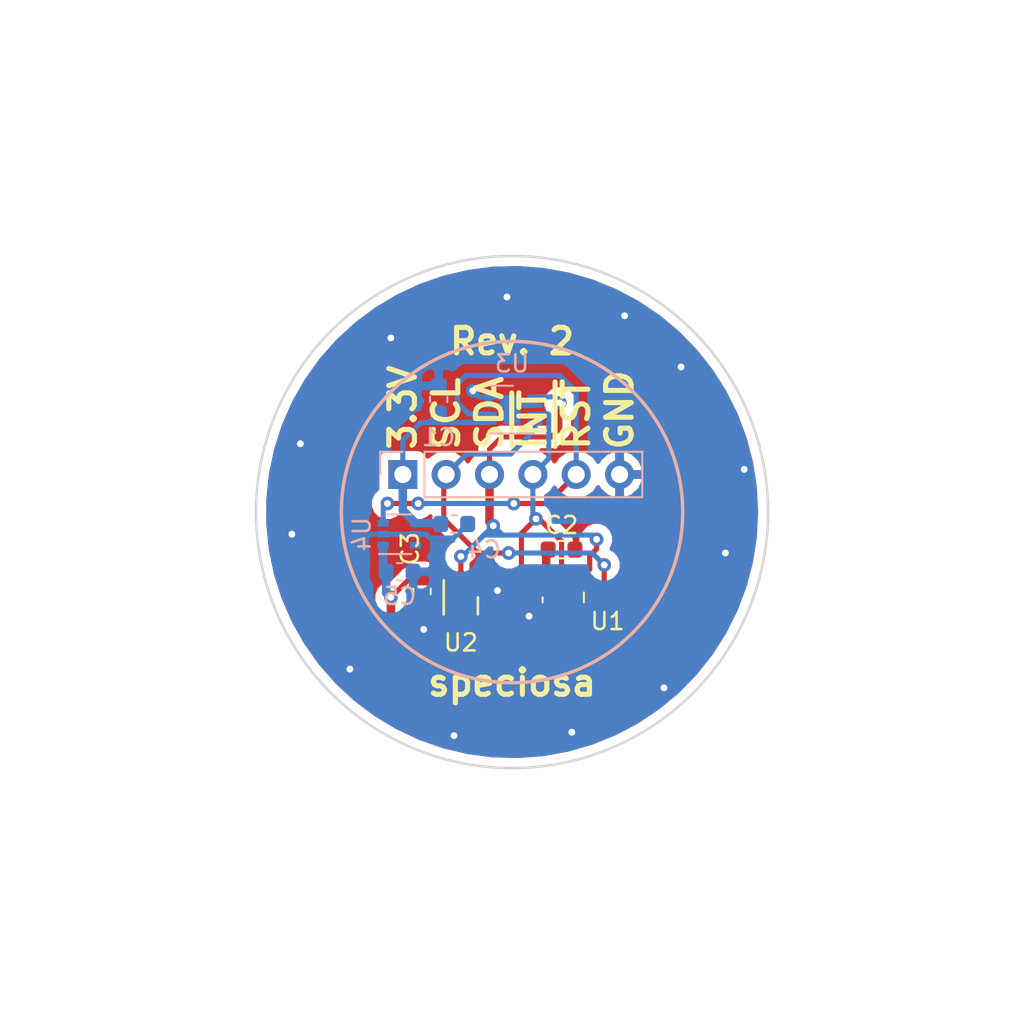
<source format=kicad_pcb>
(kicad_pcb (version 20171130) (host pcbnew 5.0.2-bee76a0~70~ubuntu18.04.1)

  (general
    (thickness 1.6)
    (drawings 10)
    (tracks 160)
    (zones 0)
    (modules 10)
    (nets 10)
  )

  (page A4)
  (layers
    (0 F.Cu signal)
    (31 B.Cu signal)
    (32 B.Adhes user)
    (33 F.Adhes user)
    (34 B.Paste user)
    (35 F.Paste user)
    (36 B.SilkS user)
    (37 F.SilkS user)
    (38 B.Mask user)
    (39 F.Mask user)
    (40 Dwgs.User user)
    (41 Cmts.User user)
    (42 Eco1.User user)
    (43 Eco2.User user)
    (44 Edge.Cuts user)
    (45 Margin user)
    (46 B.CrtYd user)
    (47 F.CrtYd user)
    (48 B.Fab user)
    (49 F.Fab user)
  )

  (setup
    (last_trace_width 0.3)
    (user_trace_width 0.3)
    (user_trace_width 0.5)
    (user_trace_width 1)
    (trace_clearance 0.2)
    (zone_clearance 0.508)
    (zone_45_only no)
    (trace_min 0.2)
    (segment_width 0.2)
    (edge_width 0.15)
    (via_size 0.8)
    (via_drill 0.4)
    (via_min_size 0.4)
    (via_min_drill 0.3)
    (uvia_size 0.3)
    (uvia_drill 0.1)
    (uvias_allowed no)
    (uvia_min_size 0.2)
    (uvia_min_drill 0.1)
    (pcb_text_width 0.3)
    (pcb_text_size 1.5 1.5)
    (mod_edge_width 0.15)
    (mod_text_size 1 1)
    (mod_text_width 0.15)
    (pad_size 1.524 1.524)
    (pad_drill 0.762)
    (pad_to_mask_clearance 0.051)
    (solder_mask_min_width 0.25)
    (aux_axis_origin 0 0)
    (visible_elements FFFFFF7F)
    (pcbplotparams
      (layerselection 0x010fc_ffffffff)
      (usegerberextensions false)
      (usegerberattributes false)
      (usegerberadvancedattributes false)
      (creategerberjobfile false)
      (excludeedgelayer true)
      (linewidth 0.100000)
      (plotframeref false)
      (viasonmask false)
      (mode 1)
      (useauxorigin false)
      (hpglpennumber 1)
      (hpglpenspeed 20)
      (hpglpendiameter 15.000000)
      (psnegative false)
      (psa4output false)
      (plotreference true)
      (plotvalue true)
      (plotinvisibletext false)
      (padsonsilk false)
      (subtractmaskfromsilk false)
      (outputformat 1)
      (mirror false)
      (drillshape 0)
      (scaleselection 1)
      (outputdirectory "gerber"))
  )

  (net 0 "")
  (net 1 GND)
  (net 2 /~RST)
  (net 3 /SDA)
  (net 4 /~INT)
  (net 5 /SCL)
  (net 6 +3.3VP)
  (net 7 +3V3)
  (net 8 "Net-(U4-Pad6)")
  (net 9 "Net-(U2-Pad5)")

  (net_class Default "This is the default net class."
    (clearance 0.2)
    (trace_width 0.25)
    (via_dia 0.8)
    (via_drill 0.4)
    (uvia_dia 0.3)
    (uvia_drill 0.1)
    (add_net +3.3VP)
    (add_net +3V3)
    (add_net /SCL)
    (add_net /SDA)
    (add_net /~INT)
    (add_net /~RST)
    (add_net GND)
    (add_net "Net-(U2-Pad5)")
    (add_net "Net-(U4-Pad6)")
  )

  (module custom_footprints:APDS-9306-065 (layer F.Cu) (tedit 5DD5504B) (tstamp 5DD55BCB)
    (at 97 105)
    (path /5D9C99C5)
    (fp_text reference U2 (at 0 2.65 180) (layer F.SilkS)
      (effects (font (size 1 1) (thickness 0.15)))
    )
    (fp_text value APDS-9306-065 (at 0 -2.6) (layer F.Fab)
      (effects (font (size 1 1) (thickness 0.15)))
    )
    (fp_line (start -1.4 -1.8) (end -0.75 -1.8) (layer F.CrtYd) (width 0.15))
    (fp_line (start -1.4 1.8) (end -1.4 -1.8) (layer F.CrtYd) (width 0.15))
    (fp_line (start -1.35 1.8) (end -1.4 1.8) (layer F.CrtYd) (width 0.15))
    (fp_line (start 1.4 1.8) (end -1.35 1.8) (layer F.CrtYd) (width 0.15))
    (fp_line (start 1.4 -1.8) (end 1.4 1.8) (layer F.CrtYd) (width 0.15))
    (fp_line (start -0.85 -1.8) (end 1.4 -1.8) (layer F.CrtYd) (width 0.15))
    (fp_line (start 1 1) (end 1 0) (layer F.SilkS) (width 0.15))
    (fp_line (start -1 -1) (end -1 1) (layer F.SilkS) (width 0.15))
    (fp_line (start -1 1) (end 1 1) (layer F.Fab) (width 0.15))
    (fp_line (start -1 -1) (end 1 -1) (layer F.Fab) (width 0.15))
    (fp_line (start 1 -1) (end 1 1) (layer F.Fab) (width 0.15))
    (fp_line (start -1 -1) (end -1 1) (layer F.Fab) (width 0.15))
    (pad 4 smd rect (at -0.65 0.95) (size 0.4 1.2) (layers F.Cu F.Paste F.Mask)
      (net 4 /~INT))
    (pad 5 smd rect (at 0 0.95) (size 0.4 1.2) (layers F.Cu F.Paste F.Mask)
      (net 9 "Net-(U2-Pad5)"))
    (pad 6 smd rect (at 0.65 0.95) (size 0.4 1.2) (layers F.Cu F.Paste F.Mask)
      (net 1 GND))
    (pad 1 smd rect (at 0.65 -0.95) (size 0.4 1.2) (layers F.Cu F.Paste F.Mask)
      (net 5 /SCL))
    (pad 2 smd rect (at 0 -0.95) (size 0.4 1.2) (layers F.Cu F.Paste F.Mask)
      (net 3 /SDA))
    (pad 3 smd rect (at -0.65 -0.95) (size 0.4 1.2) (layers F.Cu F.Paste F.Mask)
      (net 6 +3.3VP))
  )

  (module Connector_PinHeader_2.54mm:PinHeader_1x06_P2.54mm_Vertical (layer B.Cu) (tedit 59FED5CC) (tstamp 5DB17026)
    (at 93.6 97.8 270)
    (descr "Through hole straight pin header, 1x06, 2.54mm pitch, single row")
    (tags "Through hole pin header THT 1x06 2.54mm single row")
    (path /5D9C9E2A)
    (fp_text reference J1 (at 0 2.33 270) (layer B.SilkS) hide
      (effects (font (size 1 1) (thickness 0.15)) (justify mirror))
    )
    (fp_text value Screw_Terminal_01x06 (at 0 -15.03 270) (layer B.Fab)
      (effects (font (size 1 1) (thickness 0.15)) (justify mirror))
    )
    (fp_text user %R (at 0 -6.35 180) (layer B.Fab)
      (effects (font (size 1 1) (thickness 0.15)) (justify mirror))
    )
    (fp_line (start 1.8 1.8) (end -1.8 1.8) (layer B.CrtYd) (width 0.05))
    (fp_line (start 1.8 -14.5) (end 1.8 1.8) (layer B.CrtYd) (width 0.05))
    (fp_line (start -1.8 -14.5) (end 1.8 -14.5) (layer B.CrtYd) (width 0.05))
    (fp_line (start -1.8 1.8) (end -1.8 -14.5) (layer B.CrtYd) (width 0.05))
    (fp_line (start -1.33 1.33) (end 0 1.33) (layer B.SilkS) (width 0.12))
    (fp_line (start -1.33 0) (end -1.33 1.33) (layer B.SilkS) (width 0.12))
    (fp_line (start -1.33 -1.27) (end 1.33 -1.27) (layer B.SilkS) (width 0.12))
    (fp_line (start 1.33 -1.27) (end 1.33 -14.03) (layer B.SilkS) (width 0.12))
    (fp_line (start -1.33 -1.27) (end -1.33 -14.03) (layer B.SilkS) (width 0.12))
    (fp_line (start -1.33 -14.03) (end 1.33 -14.03) (layer B.SilkS) (width 0.12))
    (fp_line (start -1.27 0.635) (end -0.635 1.27) (layer B.Fab) (width 0.1))
    (fp_line (start -1.27 -13.97) (end -1.27 0.635) (layer B.Fab) (width 0.1))
    (fp_line (start 1.27 -13.97) (end -1.27 -13.97) (layer B.Fab) (width 0.1))
    (fp_line (start 1.27 1.27) (end 1.27 -13.97) (layer B.Fab) (width 0.1))
    (fp_line (start -0.635 1.27) (end 1.27 1.27) (layer B.Fab) (width 0.1))
    (pad 6 thru_hole oval (at 0 -12.7 270) (size 1.7 1.7) (drill 1) (layers *.Cu *.Mask)
      (net 1 GND))
    (pad 5 thru_hole oval (at 0 -10.16 270) (size 1.7 1.7) (drill 1) (layers *.Cu *.Mask)
      (net 2 /~RST))
    (pad 4 thru_hole oval (at 0 -7.62 270) (size 1.7 1.7) (drill 1) (layers *.Cu *.Mask)
      (net 4 /~INT))
    (pad 3 thru_hole oval (at 0 -5.08 270) (size 1.7 1.7) (drill 1) (layers *.Cu *.Mask)
      (net 3 /SDA))
    (pad 2 thru_hole oval (at 0 -2.54 270) (size 1.7 1.7) (drill 1) (layers *.Cu *.Mask)
      (net 5 /SCL))
    (pad 1 thru_hole rect (at 0 0 270) (size 1.7 1.7) (drill 1) (layers *.Cu *.Mask)
      (net 7 +3V3))
    (model ${KISYS3DMOD}/Connector_PinHeader_2.54mm.3dshapes/PinHeader_1x06_P2.54mm_Vertical.wrl
      (at (xyz 0 0 0))
      (scale (xyz 1 1 1))
      (rotate (xyz 0 0 0))
    )
  )

  (module Capacitor_SMD:C_0603_1608Metric (layer B.Cu) (tedit 5B301BBE) (tstamp 5DB16D03)
    (at 93.4125 103.5)
    (descr "Capacitor SMD 0603 (1608 Metric), square (rectangular) end terminal, IPC_7351 nominal, (Body size source: http://www.tortai-tech.com/upload/download/2011102023233369053.pdf), generated with kicad-footprint-generator")
    (tags capacitor)
    (path /5D9CC1AC)
    (attr smd)
    (fp_text reference C5 (at 0 1.43) (layer B.SilkS)
      (effects (font (size 1 1) (thickness 0.15)) (justify mirror))
    )
    (fp_text value 0.1uF (at 0 -1.43) (layer B.Fab)
      (effects (font (size 1 1) (thickness 0.15)) (justify mirror))
    )
    (fp_text user %R (at 0 0) (layer B.Fab)
      (effects (font (size 0.4 0.4) (thickness 0.06)) (justify mirror))
    )
    (fp_line (start 1.48 -0.73) (end -1.48 -0.73) (layer B.CrtYd) (width 0.05))
    (fp_line (start 1.48 0.73) (end 1.48 -0.73) (layer B.CrtYd) (width 0.05))
    (fp_line (start -1.48 0.73) (end 1.48 0.73) (layer B.CrtYd) (width 0.05))
    (fp_line (start -1.48 -0.73) (end -1.48 0.73) (layer B.CrtYd) (width 0.05))
    (fp_line (start -0.162779 -0.51) (end 0.162779 -0.51) (layer B.SilkS) (width 0.12))
    (fp_line (start -0.162779 0.51) (end 0.162779 0.51) (layer B.SilkS) (width 0.12))
    (fp_line (start 0.8 -0.4) (end -0.8 -0.4) (layer B.Fab) (width 0.1))
    (fp_line (start 0.8 0.4) (end 0.8 -0.4) (layer B.Fab) (width 0.1))
    (fp_line (start -0.8 0.4) (end 0.8 0.4) (layer B.Fab) (width 0.1))
    (fp_line (start -0.8 -0.4) (end -0.8 0.4) (layer B.Fab) (width 0.1))
    (pad 2 smd roundrect (at 0.7875 0) (size 0.875 0.95) (layers B.Cu B.Paste B.Mask) (roundrect_rratio 0.25)
      (net 1 GND))
    (pad 1 smd roundrect (at -0.7875 0) (size 0.875 0.95) (layers B.Cu B.Paste B.Mask) (roundrect_rratio 0.25)
      (net 6 +3.3VP))
    (model ${KISYS3DMOD}/Capacitor_SMD.3dshapes/C_0603_1608Metric.wrl
      (at (xyz 0 0 0))
      (scale (xyz 1 1 1))
      (rotate (xyz 0 0 0))
    )
  )

  (module Capacitor_SMD:C_0603_1608Metric (layer B.Cu) (tedit 5B301BBE) (tstamp 5DB16CF2)
    (at 96.6125 100.7)
    (descr "Capacitor SMD 0603 (1608 Metric), square (rectangular) end terminal, IPC_7351 nominal, (Body size source: http://www.tortai-tech.com/upload/download/2011102023233369053.pdf), generated with kicad-footprint-generator")
    (tags capacitor)
    (path /5D9CC10F)
    (attr smd)
    (fp_text reference C4 (at 1.7625 1.5) (layer B.SilkS)
      (effects (font (size 1 1) (thickness 0.15)) (justify mirror))
    )
    (fp_text value 1uF (at 0 -1.43) (layer B.Fab)
      (effects (font (size 1 1) (thickness 0.15)) (justify mirror))
    )
    (fp_text user %R (at 0 0) (layer B.Fab)
      (effects (font (size 0.4 0.4) (thickness 0.06)) (justify mirror))
    )
    (fp_line (start 1.48 -0.73) (end -1.48 -0.73) (layer B.CrtYd) (width 0.05))
    (fp_line (start 1.48 0.73) (end 1.48 -0.73) (layer B.CrtYd) (width 0.05))
    (fp_line (start -1.48 0.73) (end 1.48 0.73) (layer B.CrtYd) (width 0.05))
    (fp_line (start -1.48 -0.73) (end -1.48 0.73) (layer B.CrtYd) (width 0.05))
    (fp_line (start -0.162779 -0.51) (end 0.162779 -0.51) (layer B.SilkS) (width 0.12))
    (fp_line (start -0.162779 0.51) (end 0.162779 0.51) (layer B.SilkS) (width 0.12))
    (fp_line (start 0.8 -0.4) (end -0.8 -0.4) (layer B.Fab) (width 0.1))
    (fp_line (start 0.8 0.4) (end 0.8 -0.4) (layer B.Fab) (width 0.1))
    (fp_line (start -0.8 0.4) (end 0.8 0.4) (layer B.Fab) (width 0.1))
    (fp_line (start -0.8 -0.4) (end -0.8 0.4) (layer B.Fab) (width 0.1))
    (pad 2 smd roundrect (at 0.7875 0) (size 0.875 0.95) (layers B.Cu B.Paste B.Mask) (roundrect_rratio 0.25)
      (net 1 GND))
    (pad 1 smd roundrect (at -0.7875 0) (size 0.875 0.95) (layers B.Cu B.Paste B.Mask) (roundrect_rratio 0.25)
      (net 7 +3V3))
    (model ${KISYS3DMOD}/Capacitor_SMD.3dshapes/C_0603_1608Metric.wrl
      (at (xyz 0 0 0))
      (scale (xyz 1 1 1))
      (rotate (xyz 0 0 0))
    )
  )

  (module Capacitor_SMD:C_0603_1608Metric (layer F.Cu) (tedit 5B301BBE) (tstamp 5DD55F21)
    (at 94.725 104.65 270)
    (descr "Capacitor SMD 0603 (1608 Metric), square (rectangular) end terminal, IPC_7351 nominal, (Body size source: http://www.tortai-tech.com/upload/download/2011102023233369053.pdf), generated with kicad-footprint-generator")
    (tags capacitor)
    (path /5D9CA1D5)
    (attr smd)
    (fp_text reference C3 (at -2.5 0.7 270) (layer F.SilkS)
      (effects (font (size 1 1) (thickness 0.15)))
    )
    (fp_text value 1uF (at 0 1.43 270) (layer F.Fab)
      (effects (font (size 1 1) (thickness 0.15)))
    )
    (fp_text user %R (at 0 0 270) (layer F.Fab)
      (effects (font (size 0.4 0.4) (thickness 0.06)))
    )
    (fp_line (start 1.48 0.73) (end -1.48 0.73) (layer F.CrtYd) (width 0.05))
    (fp_line (start 1.48 -0.73) (end 1.48 0.73) (layer F.CrtYd) (width 0.05))
    (fp_line (start -1.48 -0.73) (end 1.48 -0.73) (layer F.CrtYd) (width 0.05))
    (fp_line (start -1.48 0.73) (end -1.48 -0.73) (layer F.CrtYd) (width 0.05))
    (fp_line (start -0.162779 0.51) (end 0.162779 0.51) (layer F.SilkS) (width 0.12))
    (fp_line (start -0.162779 -0.51) (end 0.162779 -0.51) (layer F.SilkS) (width 0.12))
    (fp_line (start 0.8 0.4) (end -0.8 0.4) (layer F.Fab) (width 0.1))
    (fp_line (start 0.8 -0.4) (end 0.8 0.4) (layer F.Fab) (width 0.1))
    (fp_line (start -0.8 -0.4) (end 0.8 -0.4) (layer F.Fab) (width 0.1))
    (fp_line (start -0.8 0.4) (end -0.8 -0.4) (layer F.Fab) (width 0.1))
    (pad 2 smd roundrect (at 0.7875 0 270) (size 0.875 0.95) (layers F.Cu F.Paste F.Mask) (roundrect_rratio 0.25)
      (net 1 GND))
    (pad 1 smd roundrect (at -0.7875 0 270) (size 0.875 0.95) (layers F.Cu F.Paste F.Mask) (roundrect_rratio 0.25)
      (net 6 +3.3VP))
    (model ${KISYS3DMOD}/Capacitor_SMD.3dshapes/C_0603_1608Metric.wrl
      (at (xyz 0 0 0))
      (scale (xyz 1 1 1))
      (rotate (xyz 0 0 0))
    )
  )

  (module Capacitor_SMD:C_0603_1608Metric (layer F.Cu) (tedit 5B301BBE) (tstamp 5DB16CD0)
    (at 102.9 102.2)
    (descr "Capacitor SMD 0603 (1608 Metric), square (rectangular) end terminal, IPC_7351 nominal, (Body size source: http://www.tortai-tech.com/upload/download/2011102023233369053.pdf), generated with kicad-footprint-generator")
    (tags capacitor)
    (path /5D9CA0C2)
    (attr smd)
    (fp_text reference C2 (at 0 -1.43) (layer F.SilkS)
      (effects (font (size 1 1) (thickness 0.15)))
    )
    (fp_text value 0.1uF (at 0 1.43) (layer F.Fab)
      (effects (font (size 1 1) (thickness 0.15)))
    )
    (fp_text user %R (at 0 0) (layer F.Fab)
      (effects (font (size 0.4 0.4) (thickness 0.06)))
    )
    (fp_line (start 1.48 0.73) (end -1.48 0.73) (layer F.CrtYd) (width 0.05))
    (fp_line (start 1.48 -0.73) (end 1.48 0.73) (layer F.CrtYd) (width 0.05))
    (fp_line (start -1.48 -0.73) (end 1.48 -0.73) (layer F.CrtYd) (width 0.05))
    (fp_line (start -1.48 0.73) (end -1.48 -0.73) (layer F.CrtYd) (width 0.05))
    (fp_line (start -0.162779 0.51) (end 0.162779 0.51) (layer F.SilkS) (width 0.12))
    (fp_line (start -0.162779 -0.51) (end 0.162779 -0.51) (layer F.SilkS) (width 0.12))
    (fp_line (start 0.8 0.4) (end -0.8 0.4) (layer F.Fab) (width 0.1))
    (fp_line (start 0.8 -0.4) (end 0.8 0.4) (layer F.Fab) (width 0.1))
    (fp_line (start -0.8 -0.4) (end 0.8 -0.4) (layer F.Fab) (width 0.1))
    (fp_line (start -0.8 0.4) (end -0.8 -0.4) (layer F.Fab) (width 0.1))
    (pad 2 smd roundrect (at 0.7875 0) (size 0.875 0.95) (layers F.Cu F.Paste F.Mask) (roundrect_rratio 0.25)
      (net 1 GND))
    (pad 1 smd roundrect (at -0.7875 0) (size 0.875 0.95) (layers F.Cu F.Paste F.Mask) (roundrect_rratio 0.25)
      (net 6 +3.3VP))
    (model ${KISYS3DMOD}/Capacitor_SMD.3dshapes/C_0603_1608Metric.wrl
      (at (xyz 0 0 0))
      (scale (xyz 1 1 1))
      (rotate (xyz 0 0 0))
    )
  )

  (module Capacitor_SMD:C_0603_1608Metric (layer B.Cu) (tedit 5B301BBE) (tstamp 5DB16CBF)
    (at 95.7 93.4 90)
    (descr "Capacitor SMD 0603 (1608 Metric), square (rectangular) end terminal, IPC_7351 nominal, (Body size source: http://www.tortai-tech.com/upload/download/2011102023233369053.pdf), generated with kicad-footprint-generator")
    (tags capacitor)
    (path /5D9CA20F)
    (attr smd)
    (fp_text reference C1 (at -2.225 0 180) (layer B.SilkS)
      (effects (font (size 1 1) (thickness 0.15)) (justify mirror))
    )
    (fp_text value 0.1uF (at 0 -1.43 90) (layer B.Fab)
      (effects (font (size 1 1) (thickness 0.15)) (justify mirror))
    )
    (fp_text user %R (at 0 0 90) (layer B.Fab)
      (effects (font (size 0.4 0.4) (thickness 0.06)) (justify mirror))
    )
    (fp_line (start 1.48 -0.73) (end -1.48 -0.73) (layer B.CrtYd) (width 0.05))
    (fp_line (start 1.48 0.73) (end 1.48 -0.73) (layer B.CrtYd) (width 0.05))
    (fp_line (start -1.48 0.73) (end 1.48 0.73) (layer B.CrtYd) (width 0.05))
    (fp_line (start -1.48 -0.73) (end -1.48 0.73) (layer B.CrtYd) (width 0.05))
    (fp_line (start -0.162779 -0.51) (end 0.162779 -0.51) (layer B.SilkS) (width 0.12))
    (fp_line (start -0.162779 0.51) (end 0.162779 0.51) (layer B.SilkS) (width 0.12))
    (fp_line (start 0.8 -0.4) (end -0.8 -0.4) (layer B.Fab) (width 0.1))
    (fp_line (start 0.8 0.4) (end 0.8 -0.4) (layer B.Fab) (width 0.1))
    (fp_line (start -0.8 0.4) (end 0.8 0.4) (layer B.Fab) (width 0.1))
    (fp_line (start -0.8 -0.4) (end -0.8 0.4) (layer B.Fab) (width 0.1))
    (pad 2 smd roundrect (at 0.7875 0 90) (size 0.875 0.95) (layers B.Cu B.Paste B.Mask) (roundrect_rratio 0.25)
      (net 1 GND))
    (pad 1 smd roundrect (at -0.7875 0 90) (size 0.875 0.95) (layers B.Cu B.Paste B.Mask) (roundrect_rratio 0.25)
      (net 7 +3V3))
    (model ${KISYS3DMOD}/Capacitor_SMD.3dshapes/C_0603_1608Metric.wrl
      (at (xyz 0 0 0))
      (scale (xyz 1 1 1))
      (rotate (xyz 0 0 0))
    )
  )

  (module OptoDevice:Broadcom_APDS-9301 (layer F.Cu) (tedit 5B85F282) (tstamp 5DB16C7C)
    (at 103 105)
    (descr "ambient light sensor, i2c interface, 6-pin chipled package, https://docs.broadcom.com/docs/AV02-2315EN")
    (tags "ambient light sensor chipled")
    (path /5D9C9AA4)
    (attr smd)
    (fp_text reference U1 (at 2.6 1.4) (layer F.SilkS)
      (effects (font (size 1 1) (thickness 0.15)))
    )
    (fp_text value APDS-9301 (at 0 2.65) (layer F.Fab)
      (effects (font (size 1 1) (thickness 0.15)))
    )
    (fp_line (start 1.21 -0.29) (end 1.21 0.29) (layer F.SilkS) (width 0.12))
    (fp_line (start -1.21 0) (end -1.21 0.29) (layer F.SilkS) (width 0.12))
    (fp_line (start -1.55 -1.9) (end 1.55 -1.9) (layer F.CrtYd) (width 0.05))
    (fp_line (start -1.55 1.9) (end -1.55 -1.9) (layer F.CrtYd) (width 0.05))
    (fp_line (start 1.55 1.9) (end -1.55 1.9) (layer F.CrtYd) (width 0.05))
    (fp_line (start 1.55 -1.9) (end 1.55 1.9) (layer F.CrtYd) (width 0.05))
    (fp_line (start -1.1 1.3) (end 1.1 1.3) (layer F.Fab) (width 0.1))
    (fp_line (start -1.1 -0.75) (end -1.1 1.3) (layer F.Fab) (width 0.1))
    (fp_line (start -0.55 -1.3) (end -1.1 -0.75) (layer F.Fab) (width 0.1))
    (fp_line (start 1.1 -1.3) (end -0.55 -1.3) (layer F.Fab) (width 0.1))
    (fp_line (start 1.1 1.3) (end 1.1 -1.3) (layer F.Fab) (width 0.1))
    (fp_text user %R (at 0 0) (layer F.Fab)
      (effects (font (size 0.5 0.5) (thickness 0.08)))
    )
    (pad 4 smd roundrect (at 1 1.1) (size 0.6 1.1) (layers F.Cu F.Paste F.Mask) (roundrect_rratio 0.25)
      (net 5 /SCL))
    (pad 3 smd roundrect (at 0 1.1) (size 0.7 1.1) (layers F.Cu F.Paste F.Mask) (roundrect_rratio 0.25)
      (net 6 +3.3VP))
    (pad 2 smd roundrect (at -1 1.1) (size 0.6 1.1) (layers F.Cu F.Paste F.Mask) (roundrect_rratio 0.25)
      (net 1 GND))
    (pad 1 smd roundrect (at -1 -1.1) (size 0.6 1.1) (layers F.Cu F.Paste F.Mask) (roundrect_rratio 0.25)
      (net 6 +3.3VP))
    (pad 6 smd roundrect (at 0 -1.1) (size 0.7 1.1) (layers F.Cu F.Paste F.Mask) (roundrect_rratio 0.25)
      (net 4 /~INT))
    (pad 5 smd roundrect (at 1 -1.1) (size 0.6 1.1) (layers F.Cu F.Paste F.Mask) (roundrect_rratio 0.25)
      (net 3 /SDA))
    (model ${KISYS3DMOD}/OptoDevice.3dshapes/Broadcom_APDS-9301.wrl
      (at (xyz 0 0 0))
      (scale (xyz 1 1 1))
      (rotate (xyz 0 0 0))
    )
  )

  (module Package_TO_SOT_SMD:SOT-363_SC-70-6 (layer B.Cu) (tedit 5A02FF57) (tstamp 5DB16C66)
    (at 93.4 101.3)
    (descr "SOT-363, SC-70-6")
    (tags "SOT-363 SC-70-6")
    (path /5D9CBCBB)
    (attr smd)
    (fp_text reference U4 (at -2.2 0 90) (layer B.SilkS)
      (effects (font (size 1 1) (thickness 0.15)) (justify mirror))
    )
    (fp_text value SiP32431 (at 0 -2 -180) (layer B.Fab)
      (effects (font (size 1 1) (thickness 0.15)) (justify mirror))
    )
    (fp_line (start -0.175 1.1) (end -0.675 0.6) (layer B.Fab) (width 0.1))
    (fp_line (start 0.675 -1.1) (end -0.675 -1.1) (layer B.Fab) (width 0.1))
    (fp_line (start 0.675 1.1) (end 0.675 -1.1) (layer B.Fab) (width 0.1))
    (fp_line (start -1.6 -1.4) (end 1.6 -1.4) (layer B.CrtYd) (width 0.05))
    (fp_line (start -0.675 0.6) (end -0.675 -1.1) (layer B.Fab) (width 0.1))
    (fp_line (start 0.675 1.1) (end -0.175 1.1) (layer B.Fab) (width 0.1))
    (fp_line (start -1.6 1.4) (end 1.6 1.4) (layer B.CrtYd) (width 0.05))
    (fp_line (start -1.6 1.4) (end -1.6 -1.4) (layer B.CrtYd) (width 0.05))
    (fp_line (start 1.6 -1.4) (end 1.6 1.4) (layer B.CrtYd) (width 0.05))
    (fp_line (start -0.7 -1.16) (end 0.7 -1.16) (layer B.SilkS) (width 0.12))
    (fp_line (start 0.7 1.16) (end -1.2 1.16) (layer B.SilkS) (width 0.12))
    (fp_text user %R (at 0 0 -90) (layer B.Fab)
      (effects (font (size 0.5 0.5) (thickness 0.075)) (justify mirror))
    )
    (pad 6 smd rect (at 0.95 0.65) (size 0.65 0.4) (layers B.Cu B.Paste B.Mask)
      (net 8 "Net-(U4-Pad6)"))
    (pad 4 smd rect (at 0.95 -0.65) (size 0.65 0.4) (layers B.Cu B.Paste B.Mask)
      (net 7 +3V3))
    (pad 2 smd rect (at -0.95 0) (size 0.65 0.4) (layers B.Cu B.Paste B.Mask)
      (net 1 GND))
    (pad 5 smd rect (at 0.95 0) (size 0.65 0.4) (layers B.Cu B.Paste B.Mask)
      (net 1 GND))
    (pad 3 smd rect (at -0.95 -0.65) (size 0.65 0.4) (layers B.Cu B.Paste B.Mask)
      (net 2 /~RST))
    (pad 1 smd rect (at -0.95 0.65) (size 0.65 0.4) (layers B.Cu B.Paste B.Mask)
      (net 6 +3.3VP))
    (model ${KISYS3DMOD}/Package_TO_SOT_SMD.3dshapes/SOT-363_SC-70-6.wrl
      (at (xyz 0 0 0))
      (scale (xyz 1 1 1))
      (rotate (xyz 0 0 0))
    )
  )

  (module custom_footprints:8P-1EP-DFN_2.5x2.5 (layer B.Cu) (tedit 5BE9455F) (tstamp 5DB16C50)
    (at 100 94 180)
    (path /5D9C9D44)
    (fp_text reference U3 (at 0 2.7 180) (layer B.SilkS)
      (effects (font (size 1 1) (thickness 0.15)) (justify mirror))
    )
    (fp_text value SHT35 (at 0 -2.9 180) (layer B.Fab)
      (effects (font (size 1 1) (thickness 0.15)) (justify mirror))
    )
    (fp_line (start -1.25 -1.4) (end 1.25 -1.4) (layer B.SilkS) (width 0.12))
    (fp_line (start -0.05 1.4) (end 1.25 1.4) (layer B.SilkS) (width 0.12))
    (fp_poly (pts (xy -0.45 0.7) (xy -0.45 -0.7) (xy 0.45 -0.7) (xy 0.45 0.7)) (layer B.Paste) (width 0))
    (fp_line (start -2 2) (end 2 2) (layer B.CrtYd) (width 0.05))
    (fp_line (start -2 -2) (end -2 2) (layer B.CrtYd) (width 0.05))
    (fp_line (start 2 -2) (end -2 -2) (layer B.CrtYd) (width 0.05))
    (fp_line (start 2 2) (end 2 -2) (layer B.CrtYd) (width 0.05))
    (fp_line (start -1.25 -1.25) (end -1.25 1.25) (layer B.Fab) (width 0.1))
    (fp_line (start 1.25 -1.25) (end -1.25 -1.25) (layer B.Fab) (width 0.1))
    (fp_line (start 1.25 1.25) (end 1.25 -1.25) (layer B.Fab) (width 0.1))
    (fp_line (start -1.25 1.25) (end 1.25 1.25) (layer B.Fab) (width 0.1))
    (pad 4 smd rect (at -1.35 -0.75 180) (size 0.9 0.25) (layers B.Cu B.Paste B.Mask)
      (net 5 /SCL))
    (pad 3 smd rect (at -1.35 -0.25 180) (size 0.9 0.25) (layers B.Cu B.Paste B.Mask)
      (net 4 /~INT))
    (pad 2 smd rect (at -1.35 0.25 180) (size 0.9 0.25) (layers B.Cu B.Paste B.Mask)
      (net 1 GND))
    (pad 1 smd rect (at -1.35 0.75 180) (size 0.9 0.25) (layers B.Cu B.Paste B.Mask)
      (net 3 /SDA))
    (pad 5 smd rect (at 1.35 -0.75 180) (size 0.9 0.25) (layers B.Cu B.Paste B.Mask)
      (net 7 +3V3))
    (pad 6 smd rect (at 1.35 -0.25 180) (size 0.9 0.25) (layers B.Cu B.Paste B.Mask)
      (net 2 /~RST))
    (pad 7 smd rect (at 1.35 0.25 180) (size 0.9 0.25) (layers B.Cu B.Paste B.Mask)
      (net 1 GND))
    (pad 8 smd rect (at 1.35 0.75 180) (size 0.9 0.25) (layers B.Cu B.Paste B.Mask)
      (net 1 GND))
    (pad 9 smd rect (at 0 0 180) (size 1 1.7) (layers B.Cu B.Mask)
      (net 1 GND))
  )

  (gr_text GND (at 106.3 96.5 90) (layer F.SilkS)
    (effects (font (size 1.5 1.5) (thickness 0.3)) (justify left))
  )
  (gr_text ~RST (at 103.76 96.5 90) (layer F.SilkS)
    (effects (font (size 1.5 1.5) (thickness 0.3)) (justify left))
  )
  (gr_text ~INT (at 101.22 96.5 90) (layer F.SilkS)
    (effects (font (size 1.5 1.5) (thickness 0.3)) (justify left))
  )
  (gr_text SDA (at 98.68 96.5 90) (layer F.SilkS)
    (effects (font (size 1.5 1.5) (thickness 0.3)) (justify left))
  )
  (gr_text SCL (at 96.14 96.5 90) (layer F.SilkS)
    (effects (font (size 1.5 1.5) (thickness 0.3)) (justify left))
  )
  (gr_text 3.3V (at 93.6 96.5 90) (layer F.SilkS)
    (effects (font (size 1.5 1.5) (thickness 0.3)) (justify left))
  )
  (gr_text "Rev. 2" (at 100 90) (layer F.SilkS)
    (effects (font (size 1.5 1.5) (thickness 0.3)))
  )
  (gr_text speciosa (at 100 110) (layer F.SilkS)
    (effects (font (size 1.5 1.5) (thickness 0.3)))
  )
  (gr_circle (center 100 100) (end 110 100) (layer B.SilkS) (width 0.2))
  (gr_circle (center 100 100) (end 115 100) (layer Edge.Cuts) (width 0.15))

  (via (at 101 106.1) (size 0.8) (drill 0.4) (layers F.Cu B.Cu) (net 1))
  (segment (start 102 106.1) (end 101 106.1) (width 0.5) (layer F.Cu) (net 1))
  (segment (start 100.25 93.75) (end 100 94) (width 0.3) (layer B.Cu) (net 1))
  (segment (start 101.35 93.75) (end 100.25 93.75) (width 0.3) (layer B.Cu) (net 1))
  (segment (start 99.25 93.25) (end 100 94) (width 0.3) (layer B.Cu) (net 1))
  (segment (start 98.65 93.25) (end 99.25 93.25) (width 0.3) (layer B.Cu) (net 1))
  (segment (start 99.75 93.75) (end 100 94) (width 0.3) (layer B.Cu) (net 1))
  (segment (start 98.65 93.75) (end 99.75 93.75) (width 0.3) (layer B.Cu) (net 1))
  (via (at 97.7 92.9) (size 0.8) (drill 0.4) (layers F.Cu B.Cu) (net 1))
  (segment (start 98.65 93.25) (end 98.05 93.25) (width 0.3) (layer B.Cu) (net 1))
  (segment (start 98.05 93.25) (end 97.7 92.9) (width 0.3) (layer B.Cu) (net 1))
  (segment (start 92.45 101.3) (end 94.35 101.3) (width 0.3) (layer B.Cu) (net 1))
  (via (at 87.1 101.3) (size 0.8) (drill 0.4) (layers F.Cu B.Cu) (net 1))
  (segment (start 92.45 101.3) (end 87.1 101.3) (width 0.3) (layer B.Cu) (net 1))
  (via (at 87.6 96) (size 0.8) (drill 0.4) (layers F.Cu B.Cu) (net 1))
  (via (at 92.9 89.8) (size 0.8) (drill 0.4) (layers F.Cu B.Cu) (net 1))
  (via (at 99.7 87.4) (size 0.8) (drill 0.4) (layers F.Cu B.Cu) (net 1))
  (via (at 106.6 88.5) (size 0.8) (drill 0.4) (layers F.Cu B.Cu) (net 1))
  (via (at 109.9 91.5) (size 0.8) (drill 0.4) (layers F.Cu B.Cu) (net 1))
  (via (at 113.6 97.5) (size 0.8) (drill 0.4) (layers F.Cu B.Cu) (net 1))
  (via (at 112.5 102.4) (size 0.8) (drill 0.4) (layers F.Cu B.Cu) (net 1))
  (via (at 108.9 110.3) (size 0.8) (drill 0.4) (layers F.Cu B.Cu) (net 1))
  (via (at 103.5 112.9) (size 0.8) (drill 0.4) (layers F.Cu B.Cu) (net 1))
  (via (at 96.6 113.1) (size 0.8) (drill 0.4) (layers F.Cu B.Cu) (net 1))
  (via (at 90.5 109.2) (size 0.8) (drill 0.4) (layers F.Cu B.Cu) (net 1))
  (segment (start 94.975 101.3) (end 94.35 101.3) (width 0.3) (layer B.Cu) (net 1))
  (segment (start 96.57499 101.52501) (end 95.20001 101.52501) (width 0.3) (layer B.Cu) (net 1))
  (segment (start 95.20001 101.52501) (end 94.975 101.3) (width 0.3) (layer B.Cu) (net 1))
  (segment (start 97.4 100.7) (end 96.57499 101.52501) (width 0.3) (layer B.Cu) (net 1))
  (segment (start 97.65 106.025) (end 97.65 105.95) (width 0.3) (layer F.Cu) (net 1))
  (via (at 94.825 106.875) (size 0.8) (drill 0.4) (layers F.Cu B.Cu) (net 1))
  (via (at 99.15 104.6) (size 0.8) (drill 0.4) (layers F.Cu B.Cu) (net 1))
  (segment (start 98.65 94.25) (end 97.45 94.25) (width 0.3) (layer B.Cu) (net 2))
  (segment (start 97.45 94.25) (end 96.8 93.6) (width 0.3) (layer B.Cu) (net 2))
  (segment (start 96.8 93.6) (end 96.8 92.5) (width 0.3) (layer B.Cu) (net 2))
  (segment (start 96.8 92.5) (end 97.3 92) (width 0.3) (layer B.Cu) (net 2))
  (segment (start 97.3 92) (end 102.8 92) (width 0.3) (layer B.Cu) (net 2))
  (segment (start 103.76 92.96) (end 102.8 92) (width 0.3) (layer B.Cu) (net 2))
  (segment (start 103.76 97.8) (end 103.76 92.96) (width 0.3) (layer B.Cu) (net 2))
  (via (at 92.7 99.5) (size 0.8) (drill 0.4) (layers F.Cu B.Cu) (net 2))
  (segment (start 92.45 100.65) (end 92.45 99.75) (width 0.3) (layer B.Cu) (net 2))
  (segment (start 92.45 99.75) (end 92.7 99.5) (width 0.3) (layer B.Cu) (net 2))
  (segment (start 102.06 99.5) (end 103.76 97.8) (width 0.3) (layer F.Cu) (net 2))
  (via (at 94.5 99.5) (size 0.8) (drill 0.4) (layers F.Cu B.Cu) (net 2))
  (segment (start 94.5 99.5) (end 100.1 99.5) (width 0.3) (layer B.Cu) (net 2))
  (segment (start 92.7 99.5) (end 94.5 99.5) (width 0.3) (layer F.Cu) (net 2))
  (segment (start 100.1 99.5) (end 102.06 99.5) (width 0.3) (layer F.Cu) (net 2) (tstamp 5DAB4F84))
  (via (at 100.1 99.5) (size 0.8) (drill 0.4) (layers F.Cu B.Cu) (net 2))
  (via (at 98.9 100.8) (size 0.8) (drill 0.4) (layers F.Cu B.Cu) (net 3))
  (segment (start 98.68 100.58) (end 98.9 100.8) (width 0.5) (layer F.Cu) (net 3))
  (segment (start 98.68 97.8) (end 98.68 100.58) (width 0.5) (layer F.Cu) (net 3))
  (via (at 102.8 93.6) (size 0.8) (drill 0.4) (layers F.Cu B.Cu) (net 3))
  (segment (start 102.45 93.25) (end 102.8 93.6) (width 0.3) (layer B.Cu) (net 3))
  (segment (start 101.35 93.25) (end 102.45 93.25) (width 0.3) (layer B.Cu) (net 3))
  (segment (start 99.4 95.6) (end 98.68 96.32) (width 0.3) (layer F.Cu) (net 3))
  (segment (start 98.68 96.32) (end 98.68 97.8) (width 0.3) (layer F.Cu) (net 3))
  (segment (start 102.3 95.6) (end 99.4 95.6) (width 0.3) (layer F.Cu) (net 3))
  (segment (start 102.8 93.6) (end 102.8 95.1) (width 0.3) (layer F.Cu) (net 3))
  (segment (start 102.8 95.1) (end 102.3 95.6) (width 0.3) (layer F.Cu) (net 3))
  (via (at 97 102.6) (size 0.8) (drill 0.4) (layers F.Cu B.Cu) (net 3))
  (segment (start 97 104.05) (end 97 102.6) (width 0.3) (layer F.Cu) (net 3))
  (segment (start 97 102.6) (end 97.1 102.6) (width 0.3) (layer B.Cu) (net 3))
  (segment (start 98.325 101.375) (end 98.9 100.8) (width 0.3) (layer B.Cu) (net 3))
  (segment (start 97.1 102.6) (end 98.325 101.375) (width 0.3) (layer B.Cu) (net 3))
  (via (at 104.95 101.6) (size 0.8) (drill 0.4) (layers F.Cu B.Cu) (net 3))
  (segment (start 104.37071 103.52929) (end 104 103.9) (width 0.3) (layer F.Cu) (net 3))
  (segment (start 104.550001 103.349999) (end 104.37071 103.52929) (width 0.3) (layer F.Cu) (net 3))
  (segment (start 104.550001 102.565684) (end 104.550001 103.349999) (width 0.3) (layer F.Cu) (net 3))
  (segment (start 104.95 102.165685) (end 104.550001 102.565684) (width 0.3) (layer F.Cu) (net 3))
  (segment (start 104.95 101.6) (end 104.95 102.165685) (width 0.3) (layer F.Cu) (net 3))
  (segment (start 104.95 101.6) (end 104.7 101.35) (width 0.3) (layer B.Cu) (net 3))
  (segment (start 98.35 101.35) (end 98.325 101.375) (width 0.3) (layer B.Cu) (net 3))
  (segment (start 99.45 101.35) (end 98.9 100.8) (width 0.3) (layer B.Cu) (net 3))
  (segment (start 99.5 101.35) (end 99.45 101.35) (width 0.3) (layer B.Cu) (net 3))
  (segment (start 104.7 101.35) (end 99.5 101.35) (width 0.3) (layer B.Cu) (net 3))
  (segment (start 98.9 101.2) (end 98.75 101.35) (width 0.3) (layer B.Cu) (net 3))
  (segment (start 98.9 100.8) (end 98.9 101.2) (width 0.3) (layer B.Cu) (net 3))
  (segment (start 98.75 101.35) (end 98.35 101.35) (width 0.3) (layer B.Cu) (net 3))
  (segment (start 99 101.35) (end 99 100.9) (width 0.3) (layer B.Cu) (net 3))
  (segment (start 99 100.9) (end 98.9 100.8) (width 0.3) (layer B.Cu) (net 3))
  (segment (start 99 101.35) (end 98.75 101.35) (width 0.3) (layer B.Cu) (net 3))
  (segment (start 99.5 101.35) (end 99 101.35) (width 0.3) (layer B.Cu) (net 3))
  (segment (start 102.069999 96.950001) (end 101.22 97.8) (width 0.3) (layer B.Cu) (net 4))
  (segment (start 102.150001 96.869999) (end 102.069999 96.950001) (width 0.3) (layer B.Cu) (net 4))
  (segment (start 102.150001 94.300001) (end 102.150001 96.869999) (width 0.3) (layer B.Cu) (net 4))
  (segment (start 102.1 94.25) (end 102.150001 94.300001) (width 0.3) (layer B.Cu) (net 4))
  (segment (start 101.35 94.25) (end 102.1 94.25) (width 0.3) (layer B.Cu) (net 4))
  (segment (start 101.59185 100.4) (end 101.4 100.4) (width 0.3) (layer F.Cu) (net 4))
  (segment (start 102.9 101.70815) (end 101.59185 100.4) (width 0.3) (layer F.Cu) (net 4))
  (segment (start 102.9 103.15) (end 102.9 101.70815) (width 0.3) (layer F.Cu) (net 4))
  (via (at 101.4 100.4) (size 0.8) (drill 0.4) (layers F.Cu B.Cu) (net 4))
  (segment (start 103 103.9) (end 103 103.25) (width 0.3) (layer F.Cu) (net 4))
  (segment (start 103 103.25) (end 102.9 103.15) (width 0.3) (layer F.Cu) (net 4))
  (segment (start 101.22 100.22) (end 101.4 100.4) (width 0.3) (layer B.Cu) (net 4))
  (segment (start 101.22 97.8) (end 101.22 100.22) (width 0.3) (layer B.Cu) (net 4))
  (segment (start 97.908274 107.423959) (end 98.473959 107.423959) (width 0.3) (layer F.Cu) (net 4))
  (segment (start 96.35 106.85) (end 96.923959 107.423959) (width 0.3) (layer F.Cu) (net 4))
  (segment (start 96.923959 107.423959) (end 97.908274 107.423959) (width 0.3) (layer F.Cu) (net 4))
  (segment (start 96.35 105.95) (end 96.35 106.85) (width 0.3) (layer F.Cu) (net 4))
  (segment (start 101.000001 100.799999) (end 101.4 100.4) (width 0.3) (layer F.Cu) (net 4))
  (segment (start 100.550001 101.249999) (end 101.000001 100.799999) (width 0.3) (layer F.Cu) (net 4))
  (segment (start 100.550001 105.347917) (end 100.550001 101.249999) (width 0.3) (layer F.Cu) (net 4))
  (segment (start 98.473959 107.423959) (end 100.550001 105.347917) (width 0.3) (layer F.Cu) (net 4))
  (segment (start 96.989999 96.950001) (end 96.14 97.8) (width 0.3) (layer B.Cu) (net 5))
  (segment (start 97.340001 96.599999) (end 96.989999 96.950001) (width 0.3) (layer B.Cu) (net 5))
  (segment (start 101.35 95.175) (end 99.925001 96.599999) (width 0.3) (layer B.Cu) (net 5))
  (segment (start 99.925001 96.599999) (end 97.340001 96.599999) (width 0.3) (layer B.Cu) (net 5))
  (segment (start 101.35 94.75) (end 101.35 95.175) (width 0.3) (layer B.Cu) (net 5))
  (segment (start 96 97.94) (end 96.14 97.8) (width 0.3) (layer F.Cu) (net 5))
  (via (at 99.8 102.4) (size 0.8) (drill 0.4) (layers F.Cu B.Cu) (net 5))
  (via (at 105.4 103.1) (size 0.8) (drill 0.4) (layers F.Cu B.Cu) (net 5))
  (segment (start 99.8 102.4) (end 104.7 102.4) (width 0.3) (layer B.Cu) (net 5))
  (segment (start 104.7 102.4) (end 105.4 103.1) (width 0.3) (layer B.Cu) (net 5))
  (segment (start 96 100.4) (end 98 102.4) (width 0.3) (layer F.Cu) (net 5))
  (segment (start 96 100.4) (end 96 97.94) (width 0.3) (layer F.Cu) (net 5))
  (segment (start 98 102.4) (end 99.8 102.4) (width 0.3) (layer F.Cu) (net 5))
  (segment (start 98 102.710002) (end 98 102.4) (width 0.3) (layer F.Cu) (net 5))
  (segment (start 97.65 103.060002) (end 98 102.710002) (width 0.3) (layer F.Cu) (net 5))
  (segment (start 97.65 104.05) (end 97.65 103.060002) (width 0.3) (layer F.Cu) (net 5))
  (segment (start 105.4 103.1) (end 105.4 105.65) (width 0.3) (layer F.Cu) (net 5))
  (segment (start 104.95 106.1) (end 105.4 105.65) (width 0.3) (layer F.Cu) (net 5))
  (segment (start 104 106.1) (end 104.95 106.1) (width 0.3) (layer F.Cu) (net 5))
  (segment (start 103 105.701456) (end 103 106.1) (width 0.5) (layer F.Cu) (net 6))
  (segment (start 102 104.701456) (end 103 105.701456) (width 0.5) (layer F.Cu) (net 6))
  (segment (start 102 103.9) (end 102 104.701456) (width 0.5) (layer F.Cu) (net 6))
  (segment (start 102.35 107.4) (end 103 106.75) (width 0.5) (layer F.Cu) (net 6))
  (segment (start 103 106.75) (end 103 106.1) (width 0.5) (layer F.Cu) (net 6))
  (segment (start 102 102.3125) (end 102.1125 102.2) (width 0.5) (layer F.Cu) (net 6))
  (segment (start 102 103.9) (end 102 102.3125) (width 0.5) (layer F.Cu) (net 6))
  (segment (start 99.7 107.4) (end 102.35 107.4) (width 0.5) (layer F.Cu) (net 6))
  (via (at 92.9 105) (size 0.8) (drill 0.4) (layers F.Cu B.Cu) (net 6))
  (segment (start 92.625 104.725) (end 92.9 105) (width 0.5) (layer B.Cu) (net 6))
  (segment (start 92.625 103.5) (end 92.625 104.725) (width 0.5) (layer B.Cu) (net 6))
  (segment (start 92.45 103.325) (end 92.625 103.5) (width 0.5) (layer B.Cu) (net 6))
  (segment (start 92.45 101.95) (end 92.45 103.325) (width 0.5) (layer B.Cu) (net 6))
  (segment (start 98.82604 108.27396) (end 99.35 107.75) (width 0.5) (layer F.Cu) (net 6))
  (segment (start 94.27396 108.27396) (end 98.82604 108.27396) (width 0.5) (layer F.Cu) (net 6))
  (segment (start 99.35 107.75) (end 99.7 107.4) (width 0.5) (layer F.Cu) (net 6))
  (segment (start 92.9 106.9) (end 94.27396 108.27396) (width 0.5) (layer F.Cu) (net 6))
  (segment (start 92.9 105) (end 92.9 106.9) (width 0.5) (layer F.Cu) (net 6))
  (segment (start 94.0375 103.8625) (end 92.9 105) (width 0.3) (layer F.Cu) (net 6))
  (segment (start 94.725 103.8625) (end 94.0375 103.8625) (width 0.3) (layer F.Cu) (net 6))
  (segment (start 96.1625 103.8625) (end 96.35 104.05) (width 0.3) (layer F.Cu) (net 6))
  (segment (start 94.725 103.8625) (end 96.1625 103.8625) (width 0.3) (layer F.Cu) (net 6))
  (segment (start 93.6 99.9) (end 94.35 100.65) (width 0.5) (layer B.Cu) (net 7))
  (segment (start 93.6 97.8) (end 93.6 99.9) (width 0.5) (layer B.Cu) (net 7))
  (segment (start 93.6 95.8) (end 93.6 97.8) (width 0.3) (layer B.Cu) (net 7))
  (segment (start 94.65 94.75) (end 93.6 95.8) (width 0.3) (layer B.Cu) (net 7))
  (segment (start 95.7 94.1875) (end 95.7 94.725) (width 0.3) (layer B.Cu) (net 7))
  (segment (start 95.7 94.725) (end 95.7 94.75) (width 0.3) (layer B.Cu) (net 7))
  (segment (start 95.775 100.65) (end 95.825 100.7) (width 0.5) (layer B.Cu) (net 7))
  (segment (start 94.35 100.65) (end 95.775 100.65) (width 0.5) (layer B.Cu) (net 7))
  (segment (start 95.7 94.75) (end 95.15 94.75) (width 0.3) (layer B.Cu) (net 7))
  (segment (start 95.15 94.7375) (end 95.15 94.75) (width 0.3) (layer B.Cu) (net 7))
  (segment (start 95.7 94.1875) (end 95.15 94.7375) (width 0.3) (layer B.Cu) (net 7))
  (segment (start 95.15 94.75) (end 94.65 94.75) (width 0.3) (layer B.Cu) (net 7))
  (segment (start 95.7 94.1875) (end 96.2625 94.75) (width 0.3) (layer B.Cu) (net 7))
  (segment (start 96.2625 94.75) (end 96.275 94.75) (width 0.3) (layer B.Cu) (net 7))
  (segment (start 98.65 94.75) (end 96.275 94.75) (width 0.3) (layer B.Cu) (net 7))
  (segment (start 96.275 94.75) (end 95.7 94.75) (width 0.3) (layer B.Cu) (net 7))

  (zone (net 1) (net_name GND) (layer F.Cu) (tstamp 5DAB5CDE) (hatch edge 0.508)
    (connect_pads (clearance 0.508))
    (min_thickness 0.254)
    (fill yes (arc_segments 16) (thermal_gap 0.508) (thermal_bridge_width 0.508))
    (polygon
      (pts
        (xy 75 75) (xy 125 75) (xy 125 125) (xy 75 125)
      )
    )
    (filled_polygon
      (pts
        (xy 101.840489 85.829019) (xy 103.287411 86.093274) (xy 104.699504 86.504862) (xy 106.06181 87.059422) (xy 107.359894 87.751079)
        (xy 108.580005 88.572506) (xy 109.709216 89.515) (xy 110.735564 90.568576) (xy 111.648176 91.722072) (xy 112.437383 92.963267)
        (xy 113.094823 94.279012) (xy 113.613533 95.655368) (xy 113.988015 97.077751) (xy 114.214303 98.531095) (xy 114.29 100)
        (xy 114.289978 100.024941) (xy 114.211718 101.493712) (xy 113.982893 102.946658) (xy 113.605929 104.368386) (xy 113.084818 105.743834)
        (xy 112.425083 107.058429) (xy 111.633711 108.298245) (xy 110.719087 109.450147) (xy 109.690902 110.50193) (xy 108.560047 111.442451)
        (xy 107.338504 112.261748) (xy 106.039215 112.951138) (xy 104.675944 113.50332) (xy 103.263134 113.912443) (xy 101.815753 114.174172)
        (xy 100.349136 114.285734) (xy 98.87882 114.245949) (xy 97.420381 114.055236) (xy 95.989273 113.715618) (xy 94.600655 113.230691)
        (xy 93.26924 112.605593) (xy 92.009133 111.846947) (xy 90.833685 110.96279) (xy 89.755347 109.962489) (xy 88.785546 108.856642)
        (xy 87.934554 107.656965) (xy 87.211388 106.376167) (xy 86.623709 105.027817) (xy 86.177744 103.626201) (xy 85.878216 102.186168)
        (xy 85.7283 100.722973) (xy 85.729547 99.294126) (xy 91.665 99.294126) (xy 91.665 99.705874) (xy 91.822569 100.08628)
        (xy 92.11372 100.377431) (xy 92.494126 100.535) (xy 92.905874 100.535) (xy 93.28628 100.377431) (xy 93.378711 100.285)
        (xy 93.821289 100.285) (xy 93.91372 100.377431) (xy 94.294126 100.535) (xy 94.705874 100.535) (xy 95.08628 100.377431)
        (xy 95.215 100.248711) (xy 95.215 100.322688) (xy 95.199622 100.4) (xy 95.215 100.477312) (xy 95.215 100.477315)
        (xy 95.260546 100.706291) (xy 95.434047 100.965953) (xy 95.499592 101.009749) (xy 96.313066 101.823223) (xy 96.122569 102.01372)
        (xy 95.965 102.394126) (xy 95.965 102.805874) (xy 95.977814 102.83681) (xy 95.902235 102.851843) (xy 95.692191 102.992191)
        (xy 95.635189 103.0775) (xy 95.624635 103.0775) (xy 95.593739 103.031261) (xy 95.312727 102.843495) (xy 94.98125 102.77756)
        (xy 94.46875 102.77756) (xy 94.137273 102.843495) (xy 93.856261 103.031261) (xy 93.8047 103.108428) (xy 93.731208 103.123046)
        (xy 93.537091 103.252751) (xy 93.537089 103.252753) (xy 93.471547 103.296547) (xy 93.427753 103.362089) (xy 92.824843 103.965)
        (xy 92.694126 103.965) (xy 92.31372 104.122569) (xy 92.022569 104.41372) (xy 91.865 104.794126) (xy 91.865 105.205874)
        (xy 92.015 105.568008) (xy 92.015001 106.812835) (xy 91.997663 106.9) (xy 92.066348 107.245309) (xy 92.212576 107.464154)
        (xy 92.212578 107.464156) (xy 92.261952 107.538049) (xy 92.335845 107.587423) (xy 93.586537 108.838116) (xy 93.635911 108.912009)
        (xy 93.709804 108.961383) (xy 93.709805 108.961384) (xy 93.92865 109.107612) (xy 94.186795 109.15896) (xy 94.186799 109.15896)
        (xy 94.27396 109.176297) (xy 94.361121 109.15896) (xy 98.738879 109.15896) (xy 98.82604 109.176297) (xy 98.913201 109.15896)
        (xy 98.913205 109.15896) (xy 99.17135 109.107612) (xy 99.464089 108.912009) (xy 99.513465 108.838113) (xy 100.066578 108.285)
        (xy 102.262839 108.285) (xy 102.35 108.302337) (xy 102.437161 108.285) (xy 102.437165 108.285) (xy 102.69531 108.233652)
        (xy 102.988049 108.038049) (xy 103.037425 107.964153) (xy 103.564156 107.437423) (xy 103.638049 107.388049) (xy 103.698593 107.29744)
        (xy 103.716355 107.270856) (xy 103.85 107.29744) (xy 104.15 107.29744) (xy 104.455167 107.236738) (xy 104.713875 107.063875)
        (xy 104.833395 106.885) (xy 104.872688 106.885) (xy 104.95 106.900378) (xy 105.027312 106.885) (xy 105.027316 106.885)
        (xy 105.256292 106.839454) (xy 105.515953 106.665953) (xy 105.559749 106.600408) (xy 105.900408 106.259749) (xy 105.965953 106.215953)
        (xy 106.139454 105.956292) (xy 106.185 105.727316) (xy 106.185 105.727313) (xy 106.200378 105.650001) (xy 106.185 105.572689)
        (xy 106.185 103.778711) (xy 106.277431 103.68628) (xy 106.435 103.305874) (xy 106.435 102.894126) (xy 106.277431 102.51372)
        (xy 105.98628 102.222569) (xy 105.837864 102.161093) (xy 105.985 101.805874) (xy 105.985 101.394126) (xy 105.827431 101.01372)
        (xy 105.53628 100.722569) (xy 105.155874 100.565) (xy 104.744126 100.565) (xy 104.36372 100.722569) (xy 104.072569 101.01372)
        (xy 104.040973 101.09) (xy 103.97325 101.09) (xy 103.8145 101.24875) (xy 103.8145 102.073) (xy 103.8345 102.073)
        (xy 103.8345 102.223545) (xy 103.810547 102.259393) (xy 103.793121 102.347) (xy 103.685 102.347) (xy 103.685 101.78546)
        (xy 103.700378 101.708149) (xy 103.685 101.630838) (xy 103.685 101.630834) (xy 103.639454 101.401858) (xy 103.5605 101.283696)
        (xy 103.5605 101.24875) (xy 103.49013 101.17838) (xy 103.465953 101.142197) (xy 103.42977 101.11802) (xy 103.40175 101.09)
        (xy 103.392008 101.09) (xy 102.471298 100.169291) (xy 102.625953 100.065953) (xy 102.669749 100.000408) (xy 103.423082 99.247075)
        (xy 103.613744 99.285) (xy 103.906256 99.285) (xy 104.339418 99.198839) (xy 104.830625 98.870625) (xy 105.043843 98.551522)
        (xy 105.104817 98.681358) (xy 105.533076 99.071645) (xy 105.94311 99.241476) (xy 106.173 99.120155) (xy 106.173 97.927)
        (xy 106.427 97.927) (xy 106.427 99.120155) (xy 106.65689 99.241476) (xy 107.066924 99.071645) (xy 107.495183 98.681358)
        (xy 107.741486 98.156892) (xy 107.620819 97.927) (xy 106.427 97.927) (xy 106.173 97.927) (xy 106.153 97.927)
        (xy 106.153 97.673) (xy 106.173 97.673) (xy 106.173 96.479845) (xy 106.427 96.479845) (xy 106.427 97.673)
        (xy 107.620819 97.673) (xy 107.741486 97.443108) (xy 107.495183 96.918642) (xy 107.066924 96.528355) (xy 106.65689 96.358524)
        (xy 106.427 96.479845) (xy 106.173 96.479845) (xy 105.94311 96.358524) (xy 105.533076 96.528355) (xy 105.104817 96.918642)
        (xy 105.043843 97.048478) (xy 104.830625 96.729375) (xy 104.339418 96.401161) (xy 103.906256 96.315) (xy 103.613744 96.315)
        (xy 103.180582 96.401161) (xy 102.689375 96.729375) (xy 102.49 97.027761) (xy 102.290625 96.729375) (xy 101.799418 96.401161)
        (xy 101.718171 96.385) (xy 102.222688 96.385) (xy 102.3 96.400378) (xy 102.377312 96.385) (xy 102.377316 96.385)
        (xy 102.606292 96.339454) (xy 102.865953 96.165953) (xy 102.909749 96.100408) (xy 103.300408 95.709749) (xy 103.365953 95.665953)
        (xy 103.539454 95.406292) (xy 103.585 95.177316) (xy 103.585 95.177312) (xy 103.600378 95.1) (xy 103.585 95.022688)
        (xy 103.585 94.278711) (xy 103.677431 94.18628) (xy 103.835 93.805874) (xy 103.835 93.394126) (xy 103.677431 93.01372)
        (xy 103.38628 92.722569) (xy 103.005874 92.565) (xy 102.594126 92.565) (xy 102.21372 92.722569) (xy 101.922569 93.01372)
        (xy 101.765 93.394126) (xy 101.765 93.805874) (xy 101.922569 94.18628) (xy 102.015 94.278711) (xy 102.015001 94.774842)
        (xy 101.974843 94.815) (xy 99.477312 94.815) (xy 99.4 94.799622) (xy 99.322688 94.815) (xy 99.322684 94.815)
        (xy 99.093708 94.860546) (xy 98.834047 95.034047) (xy 98.790251 95.099592) (xy 98.179592 95.710251) (xy 98.114047 95.754047)
        (xy 97.940546 96.013709) (xy 97.895 96.242685) (xy 97.895 96.242688) (xy 97.879622 96.32) (xy 97.895 96.397312)
        (xy 97.895 96.538526) (xy 97.609375 96.729375) (xy 97.41 97.027761) (xy 97.210625 96.729375) (xy 96.719418 96.401161)
        (xy 96.286256 96.315) (xy 95.993744 96.315) (xy 95.560582 96.401161) (xy 95.069375 96.729375) (xy 95.057184 96.747619)
        (xy 95.048157 96.702235) (xy 94.907809 96.492191) (xy 94.697765 96.351843) (xy 94.45 96.30256) (xy 92.75 96.30256)
        (xy 92.502235 96.351843) (xy 92.292191 96.492191) (xy 92.151843 96.702235) (xy 92.10256 96.95) (xy 92.10256 98.633729)
        (xy 91.822569 98.91372) (xy 91.665 99.294126) (xy 85.729547 99.294126) (xy 85.729584 99.252119) (xy 85.882054 97.789189)
        (xy 86.184094 96.34968) (xy 86.632505 94.948844) (xy 87.222536 93.601523) (xy 87.947936 92.321989) (xy 88.80102 91.123798)
        (xy 89.772751 90.019646) (xy 90.852832 89.021228) (xy 92.029822 88.139124) (xy 93.291251 87.382679) (xy 94.623755 86.759906)
        (xy 96.013217 86.277403) (xy 97.444916 85.940283) (xy 98.903685 85.752116) (xy 100.374069 85.714897)
      )
    )
    (filled_polygon
      (pts
        (xy 94.852 105.3105) (xy 94.872 105.3105) (xy 94.872 105.5645) (xy 94.852 105.5645) (xy 94.852 106.35125)
        (xy 95.01075 106.51) (xy 95.32631 106.51) (xy 95.50256 106.436995) (xy 95.50256 106.55) (xy 95.551843 106.797765)
        (xy 95.558138 106.807186) (xy 95.549622 106.85) (xy 95.610546 107.156291) (xy 95.740251 107.350408) (xy 95.740254 107.350411)
        (xy 95.766012 107.38896) (xy 94.640539 107.38896) (xy 93.785 106.533422) (xy 93.785 106.308025) (xy 93.890301 106.413327)
        (xy 94.12369 106.51) (xy 94.43925 106.51) (xy 94.598 106.35125) (xy 94.598 105.5645) (xy 94.578 105.5645)
        (xy 94.578 105.3105) (xy 94.598 105.3105) (xy 94.598 105.2905) (xy 94.852 105.2905)
      )
    )
    (filled_polygon
      (pts
        (xy 101.22375 105.973) (xy 101.873 105.973) (xy 101.873 105.953) (xy 101.999965 105.953) (xy 102.00256 105.955595)
        (xy 102.00256 106.247) (xy 101.873 106.247) (xy 101.873 106.227) (xy 101.22375 106.227) (xy 101.065 106.38575)
        (xy 101.065 106.515) (xy 100.493075 106.515) (xy 101.050409 105.957666) (xy 101.115954 105.91387) (xy 101.135447 105.884697)
      )
    )
    (filled_polygon
      (pts
        (xy 99.21372 103.277431) (xy 99.594126 103.435) (xy 99.765001 103.435) (xy 99.765001 105.02276) (xy 98.485 106.302761)
        (xy 98.485 106.23575) (xy 98.32625 106.077) (xy 97.84744 106.077) (xy 97.84744 105.823) (xy 98.32625 105.823)
        (xy 98.485 105.66425) (xy 98.485 105.22369) (xy 98.388327 104.990301) (xy 98.387127 104.989101) (xy 98.448157 104.897765)
        (xy 98.49744 104.65) (xy 98.49744 103.45) (xy 98.476323 103.343835) (xy 98.500406 103.319752) (xy 98.565953 103.275955)
        (xy 98.626728 103.185) (xy 99.121289 103.185)
      )
    )
  )
  (zone (net 1) (net_name GND) (layer B.Cu) (tstamp 5DAB5CDB) (hatch edge 0.508)
    (connect_pads (clearance 0.508))
    (min_thickness 0.254)
    (fill yes (arc_segments 16) (thermal_gap 0.508) (thermal_bridge_width 0.508))
    (polygon
      (pts
        (xy 70 70) (xy 130 70) (xy 130 130) (xy 70 130)
      )
    )
    (filled_polygon
      (pts
        (xy 101.840489 85.829019) (xy 103.287411 86.093274) (xy 104.699504 86.504862) (xy 106.06181 87.059422) (xy 107.359894 87.751079)
        (xy 108.580005 88.572506) (xy 109.709216 89.515) (xy 110.735564 90.568576) (xy 111.648176 91.722072) (xy 112.437383 92.963267)
        (xy 113.094823 94.279012) (xy 113.613533 95.655368) (xy 113.988015 97.077751) (xy 114.214303 98.531095) (xy 114.29 100)
        (xy 114.289978 100.024941) (xy 114.211718 101.493712) (xy 113.982893 102.946658) (xy 113.605929 104.368386) (xy 113.084818 105.743834)
        (xy 112.425083 107.058429) (xy 111.633711 108.298245) (xy 110.719087 109.450147) (xy 109.690902 110.50193) (xy 108.560047 111.442451)
        (xy 107.338504 112.261748) (xy 106.039215 112.951138) (xy 104.675944 113.50332) (xy 103.263134 113.912443) (xy 101.815753 114.174172)
        (xy 100.349136 114.285734) (xy 98.87882 114.245949) (xy 97.420381 114.055236) (xy 95.989273 113.715618) (xy 94.600655 113.230691)
        (xy 93.26924 112.605593) (xy 92.009133 111.846947) (xy 90.833685 110.96279) (xy 89.755347 109.962489) (xy 88.785546 108.856642)
        (xy 87.934554 107.656965) (xy 87.211388 106.376167) (xy 86.623709 105.027817) (xy 86.177744 103.626201) (xy 85.878216 102.186168)
        (xy 85.7283 100.722973) (xy 85.728538 100.45) (xy 91.47756 100.45) (xy 91.47756 100.85) (xy 91.498217 100.953852)
        (xy 91.49 100.97369) (xy 91.49 101.04125) (xy 91.521958 101.073208) (xy 91.526843 101.097765) (xy 91.661973 101.3)
        (xy 91.526843 101.502235) (xy 91.521958 101.526792) (xy 91.49 101.55875) (xy 91.49 101.62631) (xy 91.498217 101.646148)
        (xy 91.47756 101.75) (xy 91.47756 102.15) (xy 91.526843 102.397765) (xy 91.565 102.454871) (xy 91.565001 103.118364)
        (xy 91.54006 103.24375) (xy 91.54006 103.75625) (xy 91.605995 104.087727) (xy 91.740001 104.288281) (xy 91.740001 104.637835)
        (xy 91.722663 104.725) (xy 91.791348 105.070309) (xy 91.865 105.180537) (xy 91.865 105.205874) (xy 92.022569 105.58628)
        (xy 92.31372 105.877431) (xy 92.694126 106.035) (xy 93.105874 106.035) (xy 93.48628 105.877431) (xy 93.777431 105.58628)
        (xy 93.935 105.205874) (xy 93.935 104.794126) (xy 93.858733 104.61) (xy 93.91425 104.61) (xy 94.073 104.45125)
        (xy 94.073 103.627) (xy 94.327 103.627) (xy 94.327 104.45125) (xy 94.48575 104.61) (xy 94.763809 104.61)
        (xy 94.997198 104.513327) (xy 95.175827 104.334699) (xy 95.2725 104.10131) (xy 95.2725 103.78575) (xy 95.11375 103.627)
        (xy 94.327 103.627) (xy 94.073 103.627) (xy 94.053 103.627) (xy 94.053 103.373) (xy 94.073 103.373)
        (xy 94.073 103.353) (xy 94.327 103.353) (xy 94.327 103.373) (xy 95.11375 103.373) (xy 95.2725 103.21425)
        (xy 95.2725 102.89869) (xy 95.175827 102.665301) (xy 95.124132 102.613607) (xy 95.132809 102.607809) (xy 95.273157 102.397765)
        (xy 95.32244 102.15) (xy 95.32244 101.765987) (xy 95.60625 101.82244) (xy 96.04375 101.82244) (xy 96.375227 101.756505)
        (xy 96.38896 101.747329) (xy 96.122569 102.01372) (xy 95.965 102.394126) (xy 95.965 102.805874) (xy 96.122569 103.18628)
        (xy 96.41372 103.477431) (xy 96.794126 103.635) (xy 97.205874 103.635) (xy 97.58628 103.477431) (xy 97.877431 103.18628)
        (xy 98.035 102.805874) (xy 98.035 102.775157) (xy 98.674747 102.13541) (xy 98.75 102.150378) (xy 98.786095 102.143198)
        (xy 98.765 102.194126) (xy 98.765 102.605874) (xy 98.922569 102.98628) (xy 99.21372 103.277431) (xy 99.594126 103.435)
        (xy 100.005874 103.435) (xy 100.38628 103.277431) (xy 100.478711 103.185) (xy 104.365 103.185) (xy 104.365 103.305874)
        (xy 104.522569 103.68628) (xy 104.81372 103.977431) (xy 105.194126 104.135) (xy 105.605874 104.135) (xy 105.98628 103.977431)
        (xy 106.277431 103.68628) (xy 106.435 103.305874) (xy 106.435 102.894126) (xy 106.277431 102.51372) (xy 105.98628 102.222569)
        (xy 105.837864 102.161093) (xy 105.985 101.805874) (xy 105.985 101.394126) (xy 105.827431 101.01372) (xy 105.53628 100.722569)
        (xy 105.155874 100.565) (xy 104.777312 100.565) (xy 104.7 100.549622) (xy 104.622688 100.565) (xy 102.435 100.565)
        (xy 102.435 100.194126) (xy 102.277431 99.81372) (xy 102.005 99.541289) (xy 102.005 99.061474) (xy 102.290625 98.870625)
        (xy 102.49 98.572239) (xy 102.689375 98.870625) (xy 103.180582 99.198839) (xy 103.613744 99.285) (xy 103.906256 99.285)
        (xy 104.339418 99.198839) (xy 104.830625 98.870625) (xy 105.043843 98.551522) (xy 105.104817 98.681358) (xy 105.533076 99.071645)
        (xy 105.94311 99.241476) (xy 106.173 99.120155) (xy 106.173 97.927) (xy 106.427 97.927) (xy 106.427 99.120155)
        (xy 106.65689 99.241476) (xy 107.066924 99.071645) (xy 107.495183 98.681358) (xy 107.741486 98.156892) (xy 107.620819 97.927)
        (xy 106.427 97.927) (xy 106.173 97.927) (xy 106.153 97.927) (xy 106.153 97.673) (xy 106.173 97.673)
        (xy 106.173 96.479845) (xy 106.427 96.479845) (xy 106.427 97.673) (xy 107.620819 97.673) (xy 107.741486 97.443108)
        (xy 107.495183 96.918642) (xy 107.066924 96.528355) (xy 106.65689 96.358524) (xy 106.427 96.479845) (xy 106.173 96.479845)
        (xy 105.94311 96.358524) (xy 105.533076 96.528355) (xy 105.104817 96.918642) (xy 105.043843 97.048478) (xy 104.830625 96.729375)
        (xy 104.545 96.538526) (xy 104.545 93.037311) (xy 104.560378 92.959999) (xy 104.545 92.882687) (xy 104.545 92.882684)
        (xy 104.499454 92.653708) (xy 104.471367 92.611673) (xy 104.369749 92.459591) (xy 104.369747 92.459589) (xy 104.325953 92.394047)
        (xy 104.260411 92.350253) (xy 103.409749 91.499592) (xy 103.365953 91.434047) (xy 103.106292 91.260546) (xy 102.877316 91.215)
        (xy 102.877312 91.215) (xy 102.8 91.199622) (xy 102.722688 91.215) (xy 97.377312 91.215) (xy 97.3 91.199622)
        (xy 97.222688 91.215) (xy 97.222684 91.215) (xy 96.993708 91.260546) (xy 96.734047 91.434047) (xy 96.690251 91.499592)
        (xy 96.543934 91.645909) (xy 96.534699 91.636673) (xy 96.30131 91.54) (xy 95.98575 91.54) (xy 95.827 91.69875)
        (xy 95.827 92.4855) (xy 95.847 92.4855) (xy 95.847 92.7395) (xy 95.827 92.7395) (xy 95.827 92.7595)
        (xy 95.573 92.7595) (xy 95.573 92.7395) (xy 94.74875 92.7395) (xy 94.59 92.89825) (xy 94.59 93.176309)
        (xy 94.686673 93.409698) (xy 94.751943 93.474969) (xy 94.643495 93.637273) (xy 94.578537 93.963837) (xy 94.572688 93.965)
        (xy 94.572684 93.965) (xy 94.343708 94.010546) (xy 94.224625 94.090115) (xy 94.149591 94.140251) (xy 94.149589 94.140253)
        (xy 94.084047 94.184047) (xy 94.040253 94.249589) (xy 93.099592 95.190251) (xy 93.034047 95.234047) (xy 92.860546 95.493709)
        (xy 92.815 95.722685) (xy 92.815 95.722688) (xy 92.799622 95.8) (xy 92.815 95.877312) (xy 92.815 96.30256)
        (xy 92.75 96.30256) (xy 92.502235 96.351843) (xy 92.292191 96.492191) (xy 92.151843 96.702235) (xy 92.10256 96.95)
        (xy 92.10256 98.633729) (xy 91.822569 98.91372) (xy 91.665 99.294126) (xy 91.665 99.672688) (xy 91.649622 99.75)
        (xy 91.665001 99.827316) (xy 91.665001 99.995469) (xy 91.526843 100.202235) (xy 91.47756 100.45) (xy 85.728538 100.45)
        (xy 85.729584 99.252119) (xy 85.882054 97.789189) (xy 86.184094 96.34968) (xy 86.632505 94.948844) (xy 87.222536 93.601523)
        (xy 87.947936 92.321989) (xy 88.142517 92.048691) (xy 94.59 92.048691) (xy 94.59 92.32675) (xy 94.74875 92.4855)
        (xy 95.573 92.4855) (xy 95.573 91.69875) (xy 95.41425 91.54) (xy 95.09869 91.54) (xy 94.865301 91.636673)
        (xy 94.686673 91.815302) (xy 94.59 92.048691) (xy 88.142517 92.048691) (xy 88.80102 91.123798) (xy 89.772751 90.019646)
        (xy 90.852832 89.021228) (xy 92.029822 88.139124) (xy 93.291251 87.382679) (xy 94.623755 86.759906) (xy 96.013217 86.277403)
        (xy 97.444916 85.940283) (xy 98.903685 85.752116) (xy 100.374069 85.714897)
      )
    )
    (filled_polygon
      (pts
        (xy 96.553956 101.664481) (xy 96.44607 101.709169) (xy 96.537531 101.648057)
      )
    )
    (filled_polygon
      (pts
        (xy 97.527 100.573) (xy 97.547 100.573) (xy 97.547 100.827) (xy 97.527 100.827) (xy 97.527 100.847)
        (xy 97.273 100.847) (xy 97.273 100.827) (xy 97.253 100.827) (xy 97.253 100.573) (xy 97.273 100.573)
        (xy 97.273 100.553) (xy 97.527 100.553)
      )
    )
    (filled_polygon
      (pts
        (xy 100.127 93.873) (xy 100.147 93.873) (xy 100.147 94.127) (xy 100.127 94.127) (xy 100.127 94.147)
        (xy 99.873 94.147) (xy 99.873 94.127) (xy 99.853 94.127) (xy 99.853 93.873) (xy 99.873 93.873)
        (xy 99.873 93.853) (xy 100.127 93.853)
      )
    )
    (filled_polygon
      (pts
        (xy 98.777 93.375) (xy 98.523 93.375) (xy 98.523 93.125) (xy 98.777 93.125)
      )
    )
    (filled_polygon
      (pts
        (xy 97.659248 93.122998) (xy 97.585 93.122998) (xy 97.585 93.04875)
      )
    )
    (filled_polygon
      (pts
        (xy 97.585 92.950406) (xy 97.585 92.825157) (xy 97.625157 92.785) (xy 97.653513 92.785)
      )
    )
  )
)

</source>
